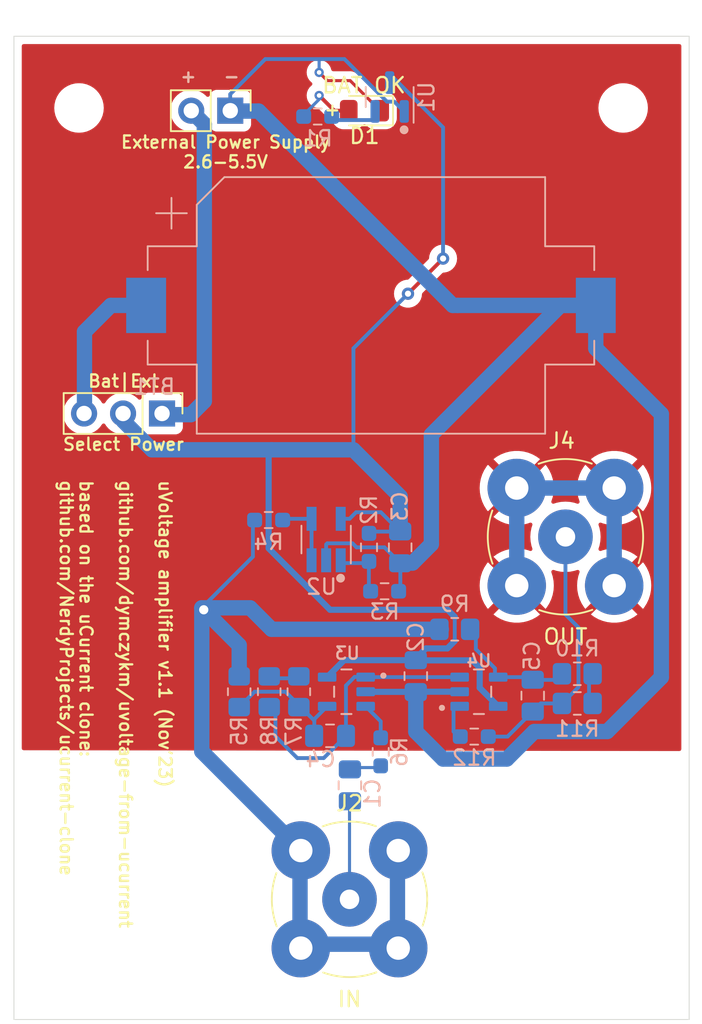
<source format=kicad_pcb>
(kicad_pcb (version 20211014) (generator pcbnew)
  (layers (0 "F.Cu" signal) (31 "B.Cu" signal) (34 "B.Paste" user) (35 "F.Paste" user) (36 "B.SilkS" user "B.Silkscreen") (37 "F.SilkS" user "F.Silkscreen") (38 "B.Mask" user) (39 "F.Mask" user) (44 "Edge.Cuts" user))
  (net 0 "")
  (net 1 "-VDC")
  (net 2 "+VDC")
  (net 3 "Net-(C5-Pad2)")
  (net 4 "Net-(J4-Pad1)")
  (net 5 "Net-(C4-Pad2)")
  (net 6 "Net-(C4-Pad1)")
  (net 7 "Net-(D1-Pad2)")
  (net 8 "Net-(R2-Pad1)")
  (net 9 "GNDREF")
  (net 10 "Net-(R4-Pad2)")
  (net 11 "Net-(C1-Pad2)")
  (net 12 "Net-(R1-Pad2)")
  (net 13 "Net-(R6-Pad1)")
  (net 14 "Net-(R7-Pad1)")
  (net 15 "Net-(R10-Pad1)")
  (net 16 "Net-(R12-Pad2)")
  (net 17 "Net-(C1-Pad1)")
  (net 18 "/BAT_POS")
  (net 19 "/EXT_POS")
  (footprint "Connector_PinHeader_2.54mm:PinHeader_1x02_P2.54mm_Vertical" (layer "F.Cu") (at 95.6564 45.7454 -90)
    (fp_text reference "J1" hide)
    (fp_text value "Conn_01x02")
    (fp_line (start -1.33 -1.33) (end 0 -1.33) (layer "F.SilkS") (width 0.12))
    (fp_line (start 1.33 1.27) (end 1.33 3.87) (layer "F.SilkS") (width 0.12))
    (fp_line (start -1.33 1.27) (end 1.33 1.27) (layer "F.SilkS") (width 0.12))
    (fp_line (start -1.33 3.87) (end 1.33 3.87) (layer "F.SilkS") (width 0.12))
    (fp_line (start -1.33 1.27) (end -1.33 3.87) (layer "F.SilkS") (width 0.12))
    (fp_line (start -1.33 0) (end -1.33 -1.33) (layer "F.SilkS") (width 0.12))
    (pad "1" thru_hole rect (at 0 0 270) (size 1.7 1.7) (drill 1) (layers *.Cu *.Mask) (net 1 "-VDC"))
    (pad "2" thru_hole oval (at 0 2.54 270) (size 1.7 1.7) (drill 1) (layers *.Cu *.Mask) (net 19 "/EXT_POS"))
  )
  (footprint "Connector_PinHeader_2.54mm:PinHeader_1x03_P2.54mm_Vertical" (layer "F.Cu") (at 91.2114 65.4558 -90)
    (fp_text reference "J3" hide)
    (fp_text value "POWER")
    (fp_line (start 1.33 1.27) (end 1.33 6.41) (layer "F.SilkS") (width 0.12))
    (fp_line (start -1.33 1.27) (end 1.33 1.27) (layer "F.SilkS") (width 0.12))
    (fp_line (start -1.33 0) (end -1.33 -1.33) (layer "F.SilkS") (width 0.12))
    (fp_line (start -1.33 1.27) (end -1.33 6.41) (layer "F.SilkS") (width 0.12))
    (fp_line (start -1.33 -1.33) (end 0 -1.33) (layer "F.SilkS") (width 0.12))
    (fp_line (start -1.33 6.41) (end 1.33 6.41) (layer "F.SilkS") (width 0.12))
    (pad "1" thru_hole rect (at 0 0 270) (size 1.7 1.7) (drill 1) (layers *.Cu *.Mask) (net 19 "/EXT_POS"))
    (pad "2" thru_hole oval (at 0 2.54 270) (size 1.7 1.7) (drill 1) (layers *.Cu *.Mask) (net 2 "+VDC"))
    (pad "3" thru_hole oval (at 0 5.08 270) (size 1.7 1.7) (drill 1) (layers *.Cu *.Mask) (net 18 "/BAT_POS"))
  )
  (footprint "LED_SMD:LED_0805_2012Metric_Pad1.15x1.40mm_HandSolder" (layer "F.Cu") (at 104.403 45.7454 180)
    (fp_text reference "D1" (at 0 -1.65 180) (layer "F.SilkS"))
    (fp_text value "GREEN")
    (fp_line (start 1 -0.96) (end -1.86 -0.96) (layer "F.SilkS") (width 0.12))
    (fp_line (start -1.86 -0.96) (end -1.86 0.96) (layer "F.SilkS") (width 0.12))
    (fp_line (start -1.86 0.96) (end 1 0.96) (layer "F.SilkS") (width 0.12))
    (pad "1" smd roundrect (at -1.025 0 180) (size 1.15 1.4) (layers "F.Cu" "F.Paste" "F.Mask") (roundrect_rratio 0.217391) (net 1 "-VDC"))
    (pad "2" smd roundrect (at 1.025 0 180) (size 1.15 1.4) (layers "F.Cu" "F.Paste" "F.Mask") (roundrect_rratio 0.217391) (net 7 "Net-(D1-Pad2)"))
  )
  (footprint "Connector_Coaxial:BNC_TEConnectivity_1478204_Vertical" (layer "F.Cu") (at 117.5004 73.4822)
    (fp_text reference "J4" (at -0.25 -6.25) (layer "F.SilkS"))
    (fp_text value "OUT" (at 0 6.5) (layer "F.SilkS"))
    (fp_arc (start -1.75 -4.75) (mid -0.019867 -5.062075) (end 1.712663 -4.763589) (layer "F.SilkS") (width 0.12))
    (fp_arc (start -4.75 1.75) (mid -5.062075 0.019867) (end -4.763589 -1.712663) (layer "F.SilkS") (width 0.12))
    (fp_arc (start 4.75 -1.75) (mid 5.062075 -0.019867) (end 4.763589 1.712663) (layer "F.SilkS") (width 0.12))
    (fp_arc (start 1.75 4.75) (mid 0.019867 5.062075) (end -1.712663 4.763589) (layer "F.SilkS") (width 0.12))
    (pad "1" thru_hole circle (at 0 0) (size 3.556 3.556) (drill 1.27) (layers *.Cu *.Mask) (net 4 "Net-(J4-Pad1)"))
    (pad "2" thru_hole circle (at -3.175 -3.175) (size 3.81 3.81) (drill 1.524) (layers *.Cu *.Mask) (net 9 "GNDREF"))
    (pad "2" thru_hole circle (at 3.175 -3.175) (size 3.81 3.81) (drill 1.524) (layers *.Cu *.Mask) (net 9 "GNDREF"))
    (pad "2" thru_hole circle (at -3.175 3.175) (size 3.81 3.81) (drill 1.524) (layers *.Cu *.Mask) (net 9 "GNDREF"))
    (pad "2" thru_hole circle (at 3.175 3.175) (size 3.81 3.81) (drill 1.524) (layers *.Cu *.Mask) (net 9 "GNDREF"))
  )
  (footprint "Connector_Coaxial:BNC_TEConnectivity_1478204_Vertical" (layer "F.Cu") (at 103.4288 97.0788)
    (fp_text reference "J2" (at 0 -6.2484) (layer "F.SilkS"))
    (fp_text value "IN" (at 0 6.5) (layer "F.SilkS"))
    (fp_arc (start -4.75 1.75) (mid -5.062075 0.019867) (end -4.763589 -1.712663) (layer "F.SilkS") (width 0.12))
    (fp_arc (start 1.75 4.75) (mid 0.019867 5.062075) (end -1.712663 4.763589) (layer "F.SilkS") (width 0.12))
    (fp_arc (start -1.75 -4.75) (mid -0.019867 -5.062075) (end 1.712663 -4.763589) (layer "F.SilkS") (width 0.12))
    (fp_arc (start 4.75 -1.75) (mid 5.062075 -0.019867) (end 4.763589 1.712663) (layer "F.SilkS") (width 0.12))
    (pad "1" thru_hole circle (at 0 0) (size 3.556 3.556) (drill 1.27) (layers *.Cu *.Mask) (net 17 "Net-(C1-Pad1)"))
    (pad "2" thru_hole circle (at -3.175 3.175) (size 3.81 3.81) (drill 1.524) (layers *.Cu *.Mask) (net 9 "GNDREF"))
    (pad "2" thru_hole circle (at -3.175 -3.175) (size 3.81 3.81) (drill 1.524) (layers *.Cu *.Mask) (net 9 "GNDREF"))
    (pad "2" thru_hole circle (at 3.175 3.175) (size 3.81 3.81) (drill 1.524) (layers *.Cu *.Mask) (net 9 "GNDREF"))
    (pad "2" thru_hole circle (at 3.175 -3.175) (size 3.81 3.81) (drill 1.524) (layers *.Cu *.Mask) (net 9 "GNDREF"))
  )
  (footprint "Battery:BatteryHolder_Keystone_1060_1x2032" (layer "B.Cu") (at 104.8258 58.42)
    (fp_text reference "BT1" (at -14.125 5.3 180) (layer "B.SilkS") (effects (justify mirror)))
    (fp_text value "Battery_Cell")
    (fp_line (start 11.35 3.85) (end 14.55 3.85) (layer "B.SilkS") (width 0.12))
    (fp_line (start 11.35 -3.85) (end 14.55 -3.85) (layer "B.SilkS") (width 0.12))
    (fp_line (start -11.35 3.85) (end -14.55 3.85) (layer "B.SilkS") (width 0.12))
    (fp_line (start -11.35 -3.85) (end -14.55 -3.85) (layer "B.SilkS") (width 0.12))
    (fp_line (start -14.55 3.85) (end -14.55 2.3) (layer "B.SilkS") (width 0.12))
    (fp_line (start -14.55 -3.85) (end -14.55 -2.3) (layer "B.SilkS") (width 0.12))
    (fp_line (start 11.35 -8.35) (end 11.35 -3.85) (layer "B.SilkS") (width 0.12))
    (fp_line (start 14.55 -3.85) (end 14.55 -2.3) (layer "B.SilkS") (width 0.12))
    (fp_line (start 11.35 8.35) (end 11.35 3.85) (layer "B.SilkS") (width 0.12))
    (fp_line (start -11.35 -6.55) (end -11.35 -3.85) (layer "B.SilkS") (width 0.12))
    (fp_line (start -11.35 8.35) (end -11.35 3.85) (layer "B.SilkS") (width 0.12))
    (fp_line (start -11.35 8.35) (end 11.35 8.35) (layer "B.SilkS") (width 0.12))
    (fp_line (start -12 -6) (end -14 -6) (layer "B.SilkS") (width 0.12))
    (fp_line (start -13 -5) (end -13 -7) (layer "B.SilkS") (width 0.12))
    (fp_line (start -9.55 -8.35) (end -11.35 -6.55) (layer "B.SilkS") (width 0.12))
    (fp_line (start 14.55 3.85) (end 14.55 2.3) (layer "B.SilkS") (width 0.12))
    (fp_line (start 11.35 -8.35) (end -9.55 -8.35) (layer "B.SilkS") (width 0.12))
    (pad "1" smd rect (at -14.65 0 180) (size 2.6 3.6) (layers "B.Cu" "B.Paste" "B.Mask") (net 18 "/BAT_POS"))
    (pad "2" smd rect (at 14.65 0 180) (size 2.6 3.6) (layers "B.Cu" "B.Paste" "B.Mask") (net 1 "-VDC"))
  )
  (footprint "Capacitor_SMD:C_0805_2012Metric_Pad1.18x1.45mm_HandSolder" (layer "B.Cu") (at 106.7308 74.168 -90)
    (fp_text reference "C3" (at -2.667 0.0254 90) (layer "B.SilkS") (effects (justify mirror)))
    (fp_text value "100n")
    (fp_line (start -0.261252 -0.735) (end 0.261252 -0.735) (layer "B.SilkS") (width 0.12))
    (fp_line (start -0.261252 0.735) (end 0.261252 0.735) (layer "B.SilkS") (width 0.12))
    (pad "1" smd roundrect (at -1.0375 0 270) (size 1.175 1.45) (layers "B.Cu" "B.Paste" "B.Mask") (roundrect_rratio 0.212766) (net 2 "+VDC"))
    (pad "2" smd roundrect (at 1.0375 0 270) (size 1.175 1.45) (layers "B.Cu" "B.Paste" "B.Mask") (roundrect_rratio 0.212766) (net 1 "-VDC"))
  )
  (footprint "Capacitor_SMD:C_0805_2012Metric_Pad1.18x1.45mm_HandSolder" (layer "B.Cu") (at 102.1588 86.4362 180)
    (fp_text reference "C4" (at 0.6096 -1.524) (layer "B.SilkS") (effects (justify mirror)))
    (fp_text value "10pf")
    (fp_line (start -0.261252 -0.735) (end 0.261252 -0.735) (layer "B.SilkS") (width 0.12))
    (fp_line (start -0.261252 0.735) (end 0.261252 0.735) (layer "B.SilkS") (width 0.12))
    (pad "1" smd roundrect (at -1.0375 0 180) (size 1.175 1.45) (layers "B.Cu" "B.Paste" "B.Mask") (roundrect_rratio 0.212766) (net 6 "Net-(C4-Pad1)"))
    (pad "2" smd roundrect (at 1.0375 0 180) (size 1.175 1.45) (layers "B.Cu" "B.Paste" "B.Mask") (roundrect_rratio 0.212766) (net 5 "Net-(C4-Pad2)"))
  )
  (footprint "MountingHole:MountingHole_2.2mm_M2" (layer "B.Cu") (at 121.2596 45.5676 180)
    (fp_text reference "H2" hide)
    (fp_text value "MountingHole")
    (pad "" np_thru_hole circle (at 0 0 180) (size 2.2 2.2) (drill 2.2) (layers *.Cu *.Mask))
  )
  (footprint "MountingHole:MountingHole_2.2mm_M2" (layer "B.Cu") (at 85.8012 101.1428 180)
    (fp_text reference "H3" hide)
    (fp_text value "MountingHole")
    (pad "" np_thru_hole circle (at 0 0 180) (size 2.2 2.2) (drill 2.2) (layers *.Cu *.Mask))
  )
  (footprint "MountingHole:MountingHole_2.2mm_M2" (layer "B.Cu") (at 121.2596 101.1428 180)
    (fp_text reference "H4" hide)
    (fp_text value "MountingHole")
    (pad "" np_thru_hole circle (at 0 0 180) (size 2.2 2.2) (drill 2.2) (layers *.Cu *.Mask))
  )
  (footprint "Resistor_SMD:R_0603_1608Metric_Pad0.98x0.95mm_HandSolder" (layer "B.Cu") (at 104.6988 74.168 90)
    (fp_text reference "R2" (at 2.4384 0 270) (layer "B.SilkS") (effects (justify mirror)))
    (fp_text value "100k")
    (fp_line (start -0.254724 0.5225) (end 0.254724 0.5225) (layer "B.SilkS") (width 0.12))
    (fp_line (start -0.254724 -0.5225) (end 0.254724 -0.5225) (layer "B.SilkS") (width 0.12))
    (pad "1" smd roundrect (at -0.9125 0 90) (size 0.975 0.95) (layers "B.Cu" "B.Paste" "B.Mask") (net 8 "Net-(R2-Pad1)"))
    (pad "2" smd roundrect (at 0.9125 0 90) (size 0.975 0.95) (layers "B.Cu" "B.Paste" "B.Mask") (net 2 "+VDC"))
  )
  (footprint "Resistor_SMD:R_0603_1608Metric_Pad0.98x0.95mm_HandSolder" (layer "B.Cu") (at 98.1583 72.39)
    (fp_text reference "R4" (at 0 1.43 180) (layer "B.SilkS") (effects (justify mirror)))
    (fp_text value "270")
    (fp_line (start -0.254724 -0.5225) (end 0.254724 -0.5225) (layer "B.SilkS") (width 0.12))
    (fp_line (start -0.254724 0.5225) (end 0.254724 0.5225) (layer "B.SilkS") (width 0.12))
    (pad "1" smd roundrect (at -0.9125 0) (size 0.975 0.95) (layers "B.Cu" "B.Paste" "B.Mask") (net 9 "GNDREF"))
    (pad "2" smd roundrect (at 0.9125 0) (size 0.975 0.95) (layers "B.Cu" "B.Paste" "B.Mask") (net 10 "Net-(R4-Pad2)"))
  )
  (footprint "Resistor_SMD:R_0603_1608Metric_Pad0.98x0.95mm_HandSolder" (layer "B.Cu") (at 105.4608 87.4776 -90)
    (fp_text reference "R6" (at 0 -1.2192 90) (layer "B.SilkS") (effects (justify mirror)))
    (fp_text value "270")
    (fp_line (start -0.254724 -0.5225) (end 0.254724 -0.5225) (layer "B.SilkS") (width 0.12))
    (fp_line (start -0.254724 0.5225) (end 0.254724 0.5225) (layer "B.SilkS") (width 0.12))
    (pad "1" smd roundrect (at -0.9125 0 270) (size 0.975 0.95) (layers "B.Cu" "B.Paste" "B.Mask") (net 13 "Net-(R6-Pad1)"))
    (pad "2" smd roundrect (at 0.9125 0 270) (size 0.975 0.95) (layers "B.Cu" "B.Paste" "B.Mask") (net 11 "Net-(C1-Pad2)"))
  )
  (footprint "Resistor_SMD:R_0805_2012Metric_Pad1.20x1.40mm_HandSolder" (layer "B.Cu") (at 98.1964 83.566 90)
    (fp_text reference "R8" (at -2.54 0 270) (layer "B.SilkS") (effects (justify mirror)))
    (fp_text value "2k2 0.1%")
    (fp_line (start -0.227064 0.735) (end 0.227064 0.735) (layer "B.SilkS") (width 0.12))
    (fp_line (start -0.227064 -0.735) (end 0.227064 -0.735) (layer "B.SilkS") (width 0.12))
    (pad "1" smd roundrect (at -1 0 90) (size 1.2 1.4) (layers "B.Cu" "B.Paste" "B.Mask") (roundrect_rratio 0.208333) (net 6 "Net-(C4-Pad1)"))
    (pad "2" smd roundrect (at 1 0 90) (size 1.2 1.4) (layers "B.Cu" "B.Paste" "B.Mask") (roundrect_rratio 0.208333) (net 14 "Net-(R7-Pad1)"))
  )
  (footprint "Resistor_SMD:R_0805_2012Metric_Pad1.20x1.40mm_HandSolder" (layer "B.Cu") (at 118.2718 84.328)
    (fp_text reference "R11" (at 0 1.65 180) (layer "B.SilkS") (effects (justify mirror)))
    (fp_text value "2k2 0.1%")
    (fp_line (start -0.227064 -0.735) (end 0.227064 -0.735) (layer "B.SilkS") (width 0.12))
    (fp_line (start -0.227064 0.735) (end 0.227064 0.735) (layer "B.SilkS") (width 0.12))
    (pad "1" smd roundrect (at -1 0) (size 1.2 1.4) (layers "B.Cu" "B.Paste" "B.Mask") (roundrect_rratio 0.208333) (net 4 "Net-(J4-Pad1)"))
    (pad "2" smd roundrect (at 1 0) (size 1.2 1.4) (layers "B.Cu" "B.Paste" "B.Mask") (roundrect_rratio 0.208333) (net 15 "Net-(R10-Pad1)"))
  )
  (footprint "Resistor_SMD:R_0603_1608Metric_Pad0.98x0.95mm_HandSolder" (layer "B.Cu") (at 111.5568 86.487 180)
    (fp_text reference "R12" (at 0 -1.3716) (layer "B.SilkS") (effects (justify mirror)))
    (fp_text value "270")
    (fp_line (start -0.254724 0.5225) (end 0.254724 0.5225) (layer "B.SilkS") (width 0.12))
    (fp_line (start -0.254724 -0.5225) (end 0.254724 -0.5225) (layer "B.SilkS") (width 0.12))
    (pad "1" smd roundrect (at -0.9125 0 180) (size 0.975 0.95) (layers "B.Cu" "B.Paste" "B.Mask") (net 4 "Net-(J4-Pad1)"))
    (pad "2" smd roundrect (at 0.9125 0 180) (size 0.975 0.95) (layers "B.Cu" "B.Paste" "B.Mask") (net 16 "Net-(R12-Pad2)"))
  )
  (footprint "Package_TO_SOT_SMD:SOT-23-5_HandSoldering" (layer "B.Cu") (at 101.9048 73.66 90)
    (fp_text reference "U2" (at -3.0734 -0.3048) (layer "B.SilkS") (effects (justify mirror)))
    (fp_text value "LMV321")
    (fp_line (start -0.9 -1.61) (end 0.9 -1.61) (layer "B.SilkS") (width 0.12))
    (fp_line (start 0.9 1.61) (end -1.55 1.61) (layer "B.SilkS") (width 0.12))
    (pad "1" smd rect (at -1.35 0.95 90) (size 1.56 0.65) (layers "B.Cu" "B.Paste" "B.Mask") (net 8 "Net-(R2-Pad1)"))
    (pad "2" smd rect (at -1.35 0 90) (size 1.56 0.65) (layers "B.Cu" "B.Paste" "B.Mask") (net 1 "-VDC"))
    (pad "3" smd rect (at -1.35 -0.95 90) (size 1.56 0.65) (layers "B.Cu" "B.Paste" "B.Mask") (net 10 "Net-(R4-Pad2)"))
    (pad "4" smd rect (at 1.35 -0.95 90) (size 1.56 0.65) (layers "B.Cu" "B.Paste" "B.Mask") (net 10 "Net-(R4-Pad2)"))
    (pad "5" smd rect (at 1.35 0.95 90) (size 1.56 0.65) (layers "B.Cu" "B.Paste" "B.Mask") (net 2 "+VDC"))
  )
  (footprint "Resistor_SMD:R_0805_2012Metric_Pad1.20x1.40mm_HandSolder" (layer "B.Cu") (at 100.1268 83.566 -90)
    (fp_text reference "R7" (at 2.5654 0.3302 90) (layer "B.SilkS") (effects (justify mirror)))
    (fp_text value "6k8 0.1%")
    (fp_line (start -0.227064 0.735) (end 0.227064 0.735) (layer "B.SilkS") (width 0.12))
    (fp_line (start -0.227064 -0.735) (end 0.227064 -0.735) (layer "B.SilkS") (width 0.12))
    (pad "1" smd roundrect (at -1 0 270) (size 1.2 1.4) (layers "B.Cu" "B.Paste" "B.Mask") (roundrect_rratio 0.208333) (net 14 "Net-(R7-Pad1)"))
    (pad "2" smd roundrect (at 1 0 270) (size 1.2 1.4) (layers "B.Cu" "B.Paste" "B.Mask") (roundrect_rratio 0.208333) (net 5 "Net-(C4-Pad2)"))
  )
  (footprint "Resistor_SMD:R_0805_2012Metric_Pad1.20x1.40mm_HandSolder" (layer "B.Cu") (at 96.2406 83.566 90)
    (fp_text reference "R5" (at -2.5654 0 270) (layer "B.SilkS") (effects (justify mirror)))
    (fp_text value "1k 0.1%")
    (fp_line (start -0.227064 -0.735) (end 0.227064 -0.735) (layer "B.SilkS") (width 0.12))
    (fp_line (start -0.227064 0.735) (end 0.227064 0.735) (layer "B.SilkS") (width 0.12))
    (pad "1" smd roundrect (at -1 0 90) (size 1.2 1.4) (layers "B.Cu" "B.Paste" "B.Mask") (roundrect_rratio 0.208333) (net 5 "Net-(C4-Pad2)"))
    (pad "2" smd roundrect (at 1 0 90) (size 1.2 1.4) (layers "B.Cu" "B.Paste" "B.Mask") (roundrect_rratio 0.208333) (net 9 "GNDREF"))
  )
  (footprint "Resistor_SMD:R_0603_1608Metric_Pad0.98x0.95mm_HandSolder" (layer "B.Cu") (at 105.7148 77.0255 180)
    (fp_text reference "R3" (at 0 -1.3335) (layer "B.SilkS") (effects (justify mirror)))
    (fp_text value "100k")
    (fp_line (start -0.254724 -0.5225) (end 0.254724 -0.5225) (layer "B.SilkS") (width 0.12))
    (fp_line (start -0.254724 0.5225) (end 0.254724 0.5225) (layer "B.SilkS") (width 0.12))
    (pad "1" smd roundrect (at -0.9125 0 180) (size 0.975 0.95) (layers "B.Cu" "B.Paste" "B.Mask") (net 1 "-VDC"))
    (pad "2" smd roundrect (at 0.9125 0 180) (size 0.975 0.95) (layers "B.Cu" "B.Paste" "B.Mask") (net 8 "Net-(R2-Pad1)"))
  )
  (footprint "Capacitor_SMD:C_0805_2012Metric_Pad1.18x1.45mm_HandSolder" (layer "B.Cu") (at 107.7468 82.55 -90)
    (fp_text reference "C2" (at -2.54 0 90) (layer "B.SilkS") (effects (justify mirror)))
    (fp_text value "100n")
    (fp_line (start -0.261252 0.735) (end 0.261252 0.735) (layer "B.SilkS") (width 0.12))
    (fp_line (start -0.261252 -0.735) (end 0.261252 -0.735) (layer "B.SilkS") (width 0.12))
    (pad "1" smd roundrect (at -1.0375 0 270) (size 1.175 1.45) (layers "B.Cu" "B.Paste" "B.Mask") (roundrect_rratio 0.212766) (net 2 "+VDC"))
    (pad "2" smd roundrect (at 1.0375 0 270) (size 1.175 1.45) (layers "B.Cu" "B.Paste" "B.Mask") (roundrect_rratio 0.212766) (net 1 "-VDC"))
  )
  (footprint "Resistor_SMD:R_0805_2012Metric_Pad1.20x1.40mm_HandSolder" (layer "B.Cu") (at 118.2718 82.3976 180)
    (fp_text reference "R10" (at 0 1.65) (layer "B.SilkS") (effects (justify mirror)))
    (fp_text value "6k8 0.1%")
    (fp_line (start -0.227064 -0.735) (end 0.227064 -0.735) (layer "B.SilkS") (width 0.12))
    (fp_line (start -0.227064 0.735) (end 0.227064 0.735) (layer "B.SilkS") (width 0.12))
    (pad "1" smd roundrect (at -1 0 180) (size 1.2 1.4) (layers "B.Cu" "B.Paste" "B.Mask") (roundrect_rratio 0.208333) (net 15 "Net-(R10-Pad1)"))
    (pad "2" smd roundrect (at 1 0 180) (size 1.2 1.4) (layers "B.Cu" "B.Paste" "B.Mask") (roundrect_rratio 0.208333) (net 3 "Net-(C5-Pad2)"))
  )
  (footprint "Capacitor_SMD:C_0805_2012Metric_Pad1.18x1.45mm_HandSolder" (layer "B.Cu") (at 115.3668 83.82 90)
    (fp_text reference "C5" (at 2.5908 -0.0508 90) (layer "B.SilkS") (effects (justify mirror)))
    (fp_text value "10pf")
    (fp_line (start -0.261252 0.735) (end 0.261252 0.735) (layer "B.SilkS") (width 0.12))
    (fp_line (start -0.261252 -0.735) (end 0.261252 -0.735) (layer "B.SilkS") (width 0.12))
    (pad "1" smd roundrect (at -1.0375 0 90) (size 1.175 1.45) (layers "B.Cu" "B.Paste" "B.Mask") (roundrect_rratio 0.212766) (net 4 "Net-(J4-Pad1)"))
    (pad "2" smd roundrect (at 1.0375 0 90) (size 1.175 1.45) (layers "B.Cu" "B.Paste" "B.Mask") (roundrect_rratio 0.212766) (net 3 "Net-(C5-Pad2)"))
  )
  (footprint "Resistor_SMD:R_0805_2012Metric_Pad1.20x1.40mm_HandSolder" (layer "B.Cu") (at 110.2868 79.502 180)
    (fp_text reference "R9" (at 0 1.65) (layer "B.SilkS") (effects (justify mirror)))
    (fp_text value "1k 0.1%")
    (fp_line (start -0.227064 -0.735) (end 0.227064 -0.735) (layer "B.SilkS") (width 0.12))
    (fp_line (start -0.227064 0.735) (end 0.227064 0.735) (layer "B.SilkS") (width 0.12))
    (pad "1" smd roundrect (at -1 0 180) (size 1.2 1.4) (layers "B.Cu" "B.Paste" "B.Mask") (roundrect_rratio 0.208333) (net 3 "Net-(C5-Pad2)"))
    (pad "2" smd roundrect (at 1 0 180) (size 1.2 1.4) (layers "B.Cu" "B.Paste" "B.Mask") (roundrect_rratio 0.208333) (net 9 "GNDREF"))
  )
  (footprint "Resistor_SMD:R_0603_1608Metric_Pad0.98x0.95mm_HandSolder" (layer "B.Cu") (at 101.355 46.1264)
    (fp_text reference "R1" (at 0 1.43 180) (layer "B.SilkS") (effects (justify mirror)))
    (fp_text value "270")
    (fp_line (start -0.254724 -0.5225) (end 0.254724 -0.5225) (layer "B.SilkS") (width 0.12))
    (fp_line (start -0.254724 0.5225) (end 0.254724 0.5225) (layer "B.SilkS") (width 0.12))
    (pad "1" smd roundrect (at -0.9125 0) (size 0.975 0.95) (layers "B.Cu" "B.Paste" "B.Mask") (net 7 "Net-(D1-Pad2)"))
    (pad "2" smd roundrect (at 0.9125 0) (size 0.975 0.95) (layers "B.Cu" "B.Paste" "B.Mask") (net 12 "Net-(R1-Pad2)"))
  )
  (footprint "Package_TO_SOT_SMD:SOT-23" (layer "B.Cu") (at 106.045 44.8564 90)
    (fp_text reference "U1" (at 0 2.4 270) (layer "B.SilkS") (effects (justify mirror)))
    (fp_text value "TPS3839K33DBZ")
    (fp_line (start 0 -1.56) (end 0.65 -1.56) (layer "B.SilkS") (width 0.12))
    (fp_line (start 0 1.56) (end -1.675 1.56) (layer "B.SilkS") (width 0.12))
    (fp_line (start 0 -1.56) (end -0.65 -1.56) (layer "B.SilkS") (width 0.12))
    (fp_line (start 0 1.56) (end 0.65 1.56) (layer "B.SilkS") (width 0.12))
    (pad "1" smd roundrect (at -0.9375 0.95 90) (size 1.475 0.6) (layers "B.Cu" "B.Paste" "B.Mask") (net 1 "-VDC"))
    (pad "2" smd roundrect (at -0.9375 -0.95 90) (size 1.475 0.6) (layers "B.Cu" "B.Paste" "B.Mask") (net 12 "Net-(R1-Pad2)"))
    (pad "3" smd roundrect (at 0.9375 0 90) (size 1.475 0.6) (layers "B.Cu" "B.Paste" "B.Mask") (net 2 "+VDC"))
  )
  (footprint "MountingHole:MountingHole_2.2mm_M2" (layer "B.Cu") (at 85.8012 45.5676 180)
    (fp_text reference "H1" hide)
    (fp_text value "MountingHole")
    (pad "" np_thru_hole circle (at 0 0 180) (size 2.2 2.2) (drill 2.2) (layers *.Cu *.Mask))
  )
  (footprint "marcin_library:SOT95P280X145-5N" (layer "B.Cu") (at 103.2256 83.566 180)
    (fp_text reference "U3" (at -0.06 2.508) (layer "B.SilkS") (effects (font (size 0.8 0.8)) (justify mirror)))
    (fp_text value "LMP7717MF")
    (fp_line (start 0.33 -1.45) (end -0.33 -1.45) (layer "B.SilkS") (width 0.127))
    (fp_line (start 0.8 0.335) (end 0.8 -0.335) (layer "B.SilkS") (width 0.127))
    (fp_line (start -0.33 1.45) (end 0.33 1.45) (layer "B.SilkS") (width 0.127))
    (fp_circle (center -2.41 1.05) (end -2.31 1.05) (layer "B.SilkS") (width 0.2) (fill none))
    (pad "1" smd roundrect (at -1.255 0.95 180) (size 1.21 0.59) (layers "B.Cu" "B.Paste" "B.Mask") (roundrect_rratio 0.15) (net 6 "Net-(C4-Pad1)"))
    (pad "2" smd roundrect (at -1.255 0 180) (size 1.21 0.59) (layers "B.Cu" "B.Paste" "B.Mask") (roundrect_rratio 0.15) (net 1 "-VDC"))
    (pad "3" smd roundrect (at -1.255 -0.95 180) (size 1.21 0.59) (layers "B.Cu" "B.Paste" "B.Mask") (roundrect_rratio 0.15) (net 13 "Net-(R6-Pad1)"))
    (pad "4" smd roundrect (at 1.255 -0.95 180) (size 1.21 0.59) (layers "B.Cu" "B.Paste" "B.Mask") (roundrect_rratio 0.15) (net 5 "Net-(C4-Pad2)"))
    (pad "5" smd roundrect (at 1.255 0.95 180) (size 1.21 0.59) (layers "B.Cu" "B.Paste" "B.Mask") (roundrect_rratio 0.15) (net 2 "+VDC"))
  )
  (footprint "Capacitor_SMD:C_0805_2012Metric_Pad1.18x1.45mm_HandSolder" (layer "B.Cu") (at 103.4542 89.6581 90)
    (fp_text reference "C1" (at -0.5373 1.4732 90) (layer "B.SilkS") (effects (justify mirror)))
    (fp_text value "100n")
    (fp_line (start -0.261252 -0.735) (end 0.261252 -0.735) (layer "B.SilkS") (width 0.12))
    (fp_line (start -0.261252 0.735) (end 0.261252 0.735) (layer "B.SilkS") (width 0.12))
    (pad "1" smd roundrect (at -1.0375 0 90) (size 1.175 1.45) (layers "B.Cu" "B.Paste" "B.Mask") (roundrect_rratio 0.212766) (net 17 "Net-(C1-Pad1)"))
    (pad "2" smd roundrect (at 1.0375 0 90) (size 1.175 1.45) (layers "B.Cu" "B.Paste" "B.Mask") (roundrect_rratio 0.212766) (net 11 "Net-(C1-Pad2)"))
  )
  (footprint "marcin_library:SOT95P280X145-5N" (layer "B.Cu") (at 111.8616 83.566)
    (fp_text reference "U4" (at 0 -2.0066) (layer "B.SilkS") (effects (font (size 0.8 0.8)) (justify mirror)))
    (fp_text value "LMP7717MF")
    (fp_line (start 0.33 -1.45) (end -0.33 -1.45) (layer "B.SilkS") (width 0.127))
    (fp_line (start -0.33 1.45) (end 0.33 1.45) (layer "B.SilkS") (width 0.127))
    (fp_line (start 0.8 0.335) (end 0.8 -0.335) (layer "B.SilkS") (width 0.127))
    (fp_circle (center -2.41 1.05) (end -2.31 1.05) (layer "B.SilkS") (width 0.2) (fill none))
    (pad "1" smd roundrect (at -1.255 0.95) (size 1.21 0.59) (layers "B.Cu" "B.Paste" "B.Mask") (roundrect_rratio 0.15) (net 16 "Net-(R12-Pad2)"))
    (pad "2" smd roundrect (at -1.255 0) (size 1.21 0.59) (layers "B.Cu" "B.Paste" "B.Mask") (roundrect_rratio 0.15) (net 1 "-VDC"))
    (pad "3" smd roundrect (at -1.255 -0.95) (size 1.21 0.59) (layers "B.Cu" "B.Paste" "B.Mask") (roundrect_rratio 0.15) (net 6 "Net-(C4-Pad1)"))
    (pad "4" smd roundrect (at 1.255 -0.95) (size 1.21 0.59) (layers "B.Cu" "B.Paste" "B.Mask") (roundrect_rratio 0.15) (net 3 "Net-(C5-Pad2)"))
    (pad "5" smd roundrect (at 1.255 0.95) (size 1.21 0.59) (layers "B.Cu" "B.Paste" "B.Mask") (roundrect_rratio 0.15) (net 2 "+VDC"))
  )
  (gr_circle (center 106.9848 46.99) (end 107.211985 46.99) (layer "B.SilkS") (width 0.12) (fill solid))
  (gr_circle (center 102.8446 76.1746) (end 103.071785 76.1746) (layer "B.SilkS") (width 0.12) (fill solid))
  (gr_line (start 125.5608 40.9) (end 125.5608 104.902) (layer "Edge.Cuts") (width 0.05))
  (gr_line (start 81.5608 40.9) (end 125.5608 40.9) (layer "Edge.Cuts") (width 0.05))
  (gr_line (start 81.5608 104.902) (end 81.5608 40.9) (layer "Edge.Cuts") (width 0.05))
  (gr_line (start 125.5608 104.902) (end 81.5608 104.902) (layer "Edge.Cuts") (width 0.05))
  (gr_text "-   +" (at 94.3356 43.5102) (layer "B.SilkS") (effects (font (size 0.8 0.8)) (justify mirror)))
  (gr_text "BAT OK" (at 104.3686 44.0944) (layer "F.SilkS") (effects (font (size 1 1))))
  (gr_text "External Power Supply\n2.6-5.5V" (at 95.3516 48.4378) (layer "F.SilkS") (effects (font (size 0.8 0.8))))
  (gr_text "Bat|Ext" (at 88.6968 63.3476) (layer "F.SilkS") (effects (font (size 0.8 0.8))))
  (gr_text "Select Power" (at 88.6968 67.4624) (layer "F.SilkS") (effects (font (size 0.8 0.8))))
  (gr_text "+   -" (at 94.3356 43.5102) (layer "F.SilkS") (effects (font (size 0.8 0.8))))
  (gr_text "uVoltage amplifier v1.1 (Nov'23)\n\ngithub.com/dymczykm/uvoltage-from-ucurrent\n\nbased on the uCurrent clone: \ngithub.com/NerdyProjects/ucurrent-clone" (at 88.1888 69.723 -90) (layer "F.SilkS") (effects (font (size 0.8 0.8)) (justify left)))
  (gr_text "+" (at 102.3112 45.6692) (layer "F.SilkS") (effects (font (size 0.8 0.8)) (justify mirror)))
  (segment (start 103.4722 43.7896) (end 105.428 45.7454) (width 0.2) (layer "F.Cu") (net 1))
  (segment (start 101.981 43.7896) (end 101.4476 43.2562) (width 0.2) (layer "F.Cu") (net 1))
  (segment (start 101.981 43.7896) (end 103.4722 43.7896) (width 0.2) (layer "F.Cu") (net 1))
  (via (at 101.4476 43.2562) (size 0.6) (drill 0.3) (layers "F.Cu" "B.Cu") (net 1))
  (segment (start 106.345 45.1564) (end 105.866751 45.1564) (width 0.25) (layer "B.Cu") (net 1))
  (segment (start 115.4684 86.1568) (end 120.2182 86.1568) (width 1) (layer "B.Cu") (net 1))
  (segment (start 105.866751 45.1564) (end 103.096741 42.38639) (width 0.25) (layer "B.Cu") (net 1))
  (segment (start 108.7628 73.961) (end 107.5308 75.193) (width 1) (layer "B.Cu") (net 1))
  (segment (start 107.7468 83.575) (end 104.4807 83.575) (width 0.4) (layer "B.Cu") (net 1))
  (segment (start 110.2068 83.566) (end 107.7558 83.566) (width 0.4) (layer "B.Cu") (net 1))
  (segment (start 101.4476 42.48478) (end 101.54599 42.38639) (width 0.2) (layer "B.Cu") (net 1))
  (segment (start 95.6564 44.6708) (end 97.94081 42.38639) (width 0.25) (layer "B.Cu") (net 1))
  (segment (start 104.4807 83.575) (end 104.4717 83.566) (width 0.4) (layer "B.Cu") (net 1))
  (segment (start 110.1556 58.42) (end 110.4688 58.42) (width 1) (layer "B.Cu") (net 1))
  (segment (start 119.4758 58.42) (end 110.4688 58.42) (width 1) (layer "B.Cu") (net 1))
  (segment (start 95.6564 45.7708) (end 95.6564 44.6708) (width 0.25) (layer "B.Cu") (net 1))
  (segment (start 107.7468 83.575) (end 107.7468 86.1695) (width 1) (layer "B.Cu") (net 1))
  (segment (start 123.7488 82.6262) (end 123.7488 65.493) (width 1) (layer "B.Cu") (net 1))
  (segment (start 107.7468 86.1695) (end 109.5248 87.9475) (width 1) (layer "B.Cu") (net 1))
  (segment (start 108.7628 66.833) (end 108.7628 73.961) (width 1) (layer "B.Cu") (net 1))
  (segment (start 106.995 45.8064) (end 106.345 45.1564) (width 0.25) (layer "B.Cu") (net 1))
  (segment (start 107.5308 75.193) (end 106.7308 75.193) (width 1) (layer "B.Cu") (net 1))
  (segment (start 120.2182 86.1568) (end 123.7488 82.6262) (width 1) (layer "B.Cu") (net 1))
  (segment (start 119.4758 61.22) (end 119.4758 58.42) (width 1) (layer "B.Cu") (net 1))
  (segment (start 106.7398 75.202) (end 106.7308 75.193) (width 0.25) (layer "B.Cu") (net 1))
  (segment (start 101.979801 73.904999) (end 103.622999 73.904999) (width 0.25) (layer "B.Cu") (net 1))
  (segment (start 103.886 74.168) (end 103.622999 73.904999) (width 0.25) (layer "B.Cu") (net 1))
  (segment (start 109.5248 87.9475) (end 113.6777 87.9475) (width 1) (layer "B.Cu") (net 1))
  (segment (start 103.096741 42.38639) (end 101.54599 42.38639) (width 0.25) (layer "B.Cu") (net 1))
  (segment (start 106.7308 75.193) (end 105.7058 74.168) (width 0.25) (layer "B.Cu") (net 1))
  (segment (start 101.9048 75.01) (end 101.9048 73.98) (width 0.25) (layer "B.Cu") (net 1))
  (segment (start 117.1758 58.42) (end 108.7628 66.833) (width 1) (layer "B.Cu") (net 1))
  (segment (start 119.4758 58.42) (end 117.1758 58.42) (width 1) (layer "B.Cu") (net 1))
  (segment (start 113.6777 87.9475) (end 115.4684 86.1568) (width 1) (layer "B.Cu") (net 1))
  (segment (start 101.9048 73.98) (end 101.979801 73.904999) (width 0.25) (layer "B.Cu") (net 1))
  (segment (start 95.6564 45.7708) (end 97.5064 45.7708) (width 1) (layer "B.Cu") (net 1))
  (segment (start 106.7398 76.962) (end 106.7398 75.202) (width 0.25) (layer "B.Cu") (net 1))
  (segment (start 97.5064 45.7708) (end 110.1556 58.42) (width 1) (layer "B.Cu") (net 1))
  (segment (start 123.7488 65.493) (end 119.4758 61.22) (width 1) (layer "B.Cu") (net 1))
  (segment (start 105.7058 74.168) (end 103.886 74.168) (width 0.25) (layer "B.Cu") (net 1))
  (segment (start 97.94081 42.38639) (end 101.54599 42.38639) (width 0.25) (layer "B.Cu") (net 1))
  (segment (start 101.4476 43.2562) (end 101.4476 42.48478) (width 0.2) (layer "B.Cu") (net 1))
  (segment (start 109.5248 55.372) (end 107.2388 57.658) (width 0.25) (layer "F.Cu") (net 2))
  (via (at 109.5248 55.372) (size 0.8) (drill 0.4) (layers "F.Cu" "B.Cu") (net 2))
  (via (at 107.2388 57.658) (size 0.8) (drill 0.4) (layers "F.Cu" "B.Cu") (net 2))
  (segment (start 107.7468 81.5125) (end 103.0741 81.5125) (width 0.4) (layer "B.Cu") (net 2))
  (segment (start 106.7308 73.143) (end 104.6988 73.143) (width 0.25) (layer "B.Cu") (net 2))
  (segment (start 90.562798 67.818) (end 98.3488 67.818) (width 1) (layer "B.Cu") (net 2))
  (segment (start 106.7308 70.866) (end 106.7308 73.143) (width 1) (layer "B.Cu") (net 2))
  (segment (start 102.8548 72.31) (end 103.4298 72.31) (width 0.25) (layer "B.Cu") (net 2))
  (segment (start 98.1583 68.0085) (end 98.1583 74.2315) (width 0.4) (layer "B.Cu") (net 2))
  (segment (start 105.4698 71.882) (end 106.7308 73.143) (width 0.25) (layer "B.Cu") (net 2))
  (segment (start 103.6828 61.214) (end 103.6828 67.818) (width 0.25) (layer "B.Cu") (net 2))
  (segment (start 103.6828 67.818) (end 106.7308 70.866) (width 1) (layer "B.Cu") (net 2))
  (segment (start 111.429443 81.525) (end 111.9124 82.007957) (width 0.4) (layer "B.Cu") (net 2))
  (segment (start 107.7468 81.525) (end 111.429443 81.525) (width 0.4) (layer "B.Cu") (net 2))
  (segment (start 98.3488 67.818) (end 98.1583 68.0085) (width 0.4) (layer "B.Cu") (net 2))
  (segment (start 108.4072 80.7466) (end 109.8042 80.7466) (width 0.4) (layer "B.Cu") (net 2))
  (segment (start 103.8578 71.882) (end 105.4698 71.882) (width 0.25) (layer "B.Cu") (net 2))
  (segment (start 109.5248 55.372) (end 109.5248 46.8362) (width 0.25) (layer "B.Cu") (net 2))
  (segment (start 88.6968 65.952002) (end 90.562798 67.818) (width 1) (layer "B.Cu") (net 2))
  (segment (start 110.2868 78.74) (end 110.2868 80.264) (width 0.25) (layer "B.Cu") (net 2))
  (segment (start 109.8042 80.7466) (end 110.2868 80.264) (width 0.4) (layer "B.Cu") (net 2))
  (segment (start 109.822376 78.232) (end 110.2868 78.696424) (width 0.4) (layer "B.Cu") (net 2))
  (segment (start 88.6968 65.532) (end 88.6968 65.952002) (width 1) (layer "B.Cu") (net 2))
  (segment (start 98.3488 67.818) (end 103.6828 67.818) (width 1) (layer "B.Cu") (net 2))
  (segment (start 107.2388 57.658) (end 103.6828 61.214) (width 0.25) (layer "B.Cu") (net 2))
  (segment (start 109.5248 46.8362) (end 106.045 43.3564) (width 0.25) (layer "B.Cu") (net 2))
  (segment (start 107.7468 81.407) (end 108.4072 80.7466) (width 0.4) (layer "B.Cu") (net 2))
  (segment (start 103.4298 72.31) (end 103.8578 71.882) (width 0.25) (layer "B.Cu") (net 2))
  (segment (start 111.9124 82.007957) (end 111.9124 83.3118) (width 0.4) (layer "B.Cu") (net 2))
  (segment (start 111.9124 83.3118) (end 113.1166 84.516) (width 0.4) (layer "B.Cu") (net 2))
  (segment (start 98.1583 74.2315) (end 102.1588 78.232) (width 0.4) (layer "B.Cu") (net 2))
  (segment (start 107.7468 81.5125) (end 107.7468 81.407) (width 0.4) (layer "B.Cu") (net 2))
  (segment (start 102.1588 78.232) (end 109.822376 78.232) (width 0.4) (layer "B.Cu") (net 2))
  (segment (start 103.0741 81.5125) (end 101.9706 82.616) (width 0.4) (layer "B.Cu") (net 2))
  (segment (start 110.2868 78.696424) (end 110.2868 78.74) (width 0.4) (layer "B.Cu") (net 2))
  (segment (start 115.3668 82.795) (end 117.2768 82.795) (width 0.25) (layer "B.Cu") (net 3))
  (segment (start 111.1618 79.502) (end 111.660872 80.001072) (width 0.25) (layer "B.Cu") (net 3))
  (segment (start 112.9068 82.616) (end 115.1878 82.616) (width 0.25) (layer "B.Cu") (net 3))
  (segment (start 115.1878 82.616) (end 115.3668 82.795) (width 0.25) (layer "B.Cu") (net 3))
  (segment (start 111.660872 80.795072) (end 112.9068 82.041) (width 0.25) (layer "B.Cu") (net 3))
  (segment (start 111.660872 80.001072) (end 111.660872 80.795072) (width 0.25) (layer "B.Cu") (net 3))
  (segment (start 112.9068 82.616) (end 112.9068 82.041) (width 0.25) (layer "B.Cu") (net 3))
  (segment (start 113.7248 86.487) (end 112.5818 86.487) (width 0.25) (layer "B.Cu") (net 4))
  (segment (start 118.3468 83.267) (end 117.2858 84.328) (width 0.25) (layer "B.Cu") (net 4))
  (segment (start 117.5004 78.5368) (end 118.3468 79.3832) (width 0.25) (layer "B.Cu") (net 4))
  (segment (start 117.2858 84.328) (end 115.8838 84.328) (width 0.25) (layer "B.Cu") (net 4))
  (segment (start 115.8838 84.328) (end 113.7248 86.487) (width 0.25) (layer "B.Cu") (net 4))
  (segment (start 117.5004 73.4822) (end 117.5004 78.5368) (width 0.25) (layer "B.Cu") (net 4))
  (segment (start 118.3468 79.3832) (end 118.3468 83.267) (width 0.25) (layer "B.Cu") (net 4))
  (segment (start 101.1338 85.448) (end 100.1268 84.441) (width 0.25) (layer "B.Cu") (net 5))
  (segment (start 100.1268 84.441) (end 99.2518 83.566) (width 0.25) (layer "B.Cu") (net 5))
  (segment (start 100.2018 84.516) (end 100.1268 84.441) (width 0.25) (layer "B.Cu") (net 5))
  (segment (start 101.1338 86.868) (end 101.1338 85.448) (width 0.25) (layer "B.Cu") (net 5))
  (segment (start 97.2406 83.566) (end 96.2406 84.566) (width 0.25) (layer "B.Cu") (net 5))
  (segment (start 101.1338 85.3528) (end 101.9706 84.516) (width 0.25) (layer "B.Cu") (net 5))
  (segment (start 101.1338 85.448) (end 101.1338 85.3528) (width 0.25) (layer "B.Cu") (net 5))
  (segment (start 99.2518 83.566) (end 97.2406 83.566) (width 0.25) (layer "B.Cu") (net 5))
  (segment (start 104.4654 82.6008) (end 104.4806 82.616) (width 0.25) (layer "B.Cu") (net 6))
  (segment (start 98.6028 84.441) (end 98.6028 86.4616) (width 0.25) (layer "B.Cu") (net 6))
  (segment (start 103.1963 86.36) (end 103.1963 83.1635) (width 0.25) (layer "B.Cu") (net 6))
  (segment (start 100.0252 87.884) (end 101.7485 87.884) (width 0.25) (layer "B.Cu") (net 6))
  (segment (start 103.759 82.6008) (end 104.4654 82.6008) (width 0.25) (layer "B.Cu") (net 6))
  (segment (start 103.1963 83.1635) (end 103.759 82.6008) (width 0.25) (layer "B.Cu") (net 6))
  (segment (start 110.6066 82.616) (end 104.4806 82.616) (width 0.25) (layer "B.Cu") (net 6))
  (segment (start 98.6028 86.4616) (end 100.0252 87.884) (width 0.25) (layer "B.Cu") (net 6))
  (segment (start 101.7485 87.884) (end 103.1963 86.4362) (width 0.25) (layer "B.Cu") (net 6))
  (segment (start 102.4382 45.7454) (end 101.4476 44.7548) (width 0.25) (layer "F.Cu") (net 7))
  (segment (start 103.378 45.7454) (end 102.4382 45.7454) (width 0.25) (layer "F.Cu") (net 7))
  (via (at 101.4476 44.7548) (size 0.6) (drill 0.3) (layers "F.Cu" "B.Cu") (net 7))
  (segment (start 101.4476 45.0088) (end 100.33 46.1264) (width 0.2) (layer "B.Cu") (net 7))
  (segment (start 101.4476 44.7548) (end 101.4476 45.0088) (width 0.2) (layer "B.Cu") (net 7))
  (segment (start 104.6988 75.193) (end 103.0378 75.193) (width 0.25) (layer "B.Cu") (net 8))
  (segment (start 104.6898 75.202) (end 104.6988 75.193) (width 0.25) (layer "B.Cu") (net 8))
  (segment (start 103.0378 75.193) (end 102.8548 75.01) (width 0.25) (layer "B.Cu") (net 8))
  (segment (start 104.6898 76.962) (end 104.6898 75.202) (width 0.25) (layer "B.Cu") (net 8))
  (via (at 93.9292 78.232) (size 1) (drill 0.6) (layers "F.Cu" "B.Cu") (net 9))
  (segment (start 93.8022 78.105) (end 93.8022 87.4522) (width 1) (layer "B.Cu") (net 9))
  (segment (start 100.203 99.9998) (end 100.203 93.6498) (width 1) (layer "B.Cu") (net 9))
  (segment (start 96.9518 78.105) (end 93.8022 78.105) (width 1) (layer "B.Cu") (net 9))
  (segment (start 106.553 93.6498) (end 106.553 99.9998) (width 1) (layer "B.Cu") (net 9))
  (segment (start 98.3488 79.502) (end 96.9518 78.105) (width 1) (layer "B.Cu") (net 9))
  (segment (start 93.9292 78.232) (end 93.8022 78.105) (width 1) (layer "B.Cu") (net 9))
  (segment (start 97.1333 74.7739) (end 93.8022 78.105) (width 0.25) (layer "B.Cu") (net 9))
  (segment (start 97.1333 72.39) (end 97.1333 74.7739) (width 0.25) (layer "B.Cu") (net 9))
  (segment (start 120.6754 76.6572) (end 120.6754 70.3072) (width 1) (layer "B.Cu") (net 9))
  (segment (start 114.3254 70.3072) (end 114.3254 76.6572) (width 1) (layer "B.Cu") (net 9))
  (segment (start 106.553 99.9998) (end 100.203 99.9998) (width 1) (layer "B.Cu") (net 9))
  (segment (start 96.2406 80.5434) (end 93.9292 78.232) (width 1) (layer "B.Cu") (net 9))
  (segment (start 120.6754 70.3072) (end 114.3254 70.3072) (width 1) (layer "B.Cu") (net 9))
  (segment (start 96.2406 82.566) (end 96.2406 80.5434) (width 1) (layer "B.Cu") (net 9))
  (segment (start 109.4118 79.502) (end 98.3488 79.502) (width 1) (layer "B.Cu") (net 9))
  (segment (start 93.8022 87.4522) (end 100.2538 93.9038) (width 1) (layer "B.Cu") (net 9))
  (segment (start 100.9548 72.31) (end 99.4538 72.31) (width 0.25) (layer "B.Cu") (net 10))
  (segment (start 99.4538 72.31) (end 99.3738 72.39) (width 0.25) (layer "B.Cu") (net 10))
  (segment (start 100.9548 75.01) (end 100.9548 72.31) (width 0.25) (layer "B.Cu") (net 10))
  (segment (start 105.4608 88.5026) (end 103.5722 88.5026) (width 0.2) (layer "B.Cu") (net 11))
  (segment (start 103.5722 88.5026) (end 103.4542 88.6206) (width 0.2) (layer "B.Cu") (net 11))
  (segment (start 102.61 46.3564) (end 102.38 46.1264) (width 0.25) (layer "B.Cu") (net 12))
  (segment (start 105.095 46.3564) (end 102.61 46.3564) (width 0.25) (layer "B.Cu") (net 12))
  (segment (start 105.4608 85.4962) (end 104.4806 84.516) (width 0.25) (layer "B.Cu") (net 13))
  (segment (start 105.4608 86.5651) (end 105.4608 85.4962) (width 0.25) (layer "B.Cu") (net 13))
  (segment (start 100.1268 82.691) (end 98.6028 82.691) (width 0.25) (layer "B.Cu") (net 14))
  (segment (start 119.0358 82.804) (end 119.0358 84.328) (width 0.25) (layer "B.Cu") (net 15))
  (segment (start 110.2068 84.516) (end 110.2068 86.162) (width 0.25) (layer "B.Cu") (net 16))
  (segment (start 110.2068 86.162) (end 110.5318 86.487) (width 0.25) (layer "B.Cu") (net 16))
  (segment (start 103.4288 97.0788) (end 103.4288 90.721) (width 0.2) (layer "B.Cu") (net 17))
  (segment (start 103.4288 90.721) (end 103.4542 90.6956) (width 0.2) (layer "B.Cu") (net 17))
  (segment (start 86.1568 60.139) (end 87.8758 58.42) (width 1) (layer "B.Cu") (net 18))
  (segment (start 86.1568 65.532) (end 86.1568 60.139) (width 1) (layer "B.Cu") (net 18))
  (segment (start 87.8758 58.42) (end 90.1758 58.42) (width 1) (layer "B.Cu") (net 18))
  (segment (start 93.966399 64.652401) (end 93.0868 65.532) (width 1) (layer "B.Cu") (net 19))
  (segment (start 93.966399 46.620799) (end 93.966399 64.652401) (width 1) (layer "B.Cu") (net 19))
  (segment (start 93.1164 45.7708) (end 93.966399 46.620799) (width 1) (layer "B.Cu") (net 19))
  (segment (start 91.2368 65.532) (end 93.0868 65.532) (width 1) (layer "B.Cu") (net 19))
  (zone (net 9) (net_name "GNDREF") (layer "F.Cu") (connect_pads (clearance 0.508)) (min_thickness 0.254) (fill yes (thermal_gap 0.508) (thermal_bridge_width 0.508))
    (polygon (pts (xy 125.476 40.9956) (xy 81.8388 41.148) (xy 81.788 87.376) (xy 125.4252 87.4268)))
  )
)
</source>
